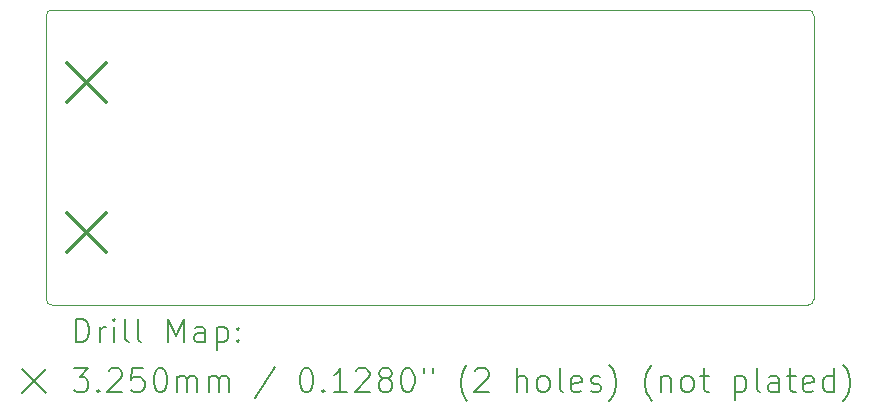
<source format=gbr>
%TF.GenerationSoftware,KiCad,Pcbnew,(6.0.8)*%
%TF.CreationDate,2022-10-23T18:15:44+02:00*%
%TF.ProjectId,ethernet-pmod,65746865-726e-4657-942d-706d6f642e6b,rev?*%
%TF.SameCoordinates,Original*%
%TF.FileFunction,Drillmap*%
%TF.FilePolarity,Positive*%
%FSLAX45Y45*%
G04 Gerber Fmt 4.5, Leading zero omitted, Abs format (unit mm)*
G04 Created by KiCad (PCBNEW (6.0.8)) date 2022-10-23 18:15:44*
%MOMM*%
%LPD*%
G01*
G04 APERTURE LIST*
%ADD10C,0.100000*%
%ADD11C,0.200000*%
%ADD12C,0.325000*%
G04 APERTURE END LIST*
D10*
X11750000Y-11200000D02*
G75*
G03*
X11800000Y-11250000I50000J0D01*
G01*
X11800000Y-11250000D02*
X18200000Y-11250000D01*
X18200000Y-8750000D02*
X11800000Y-8750000D01*
X18250000Y-8800000D02*
G75*
G03*
X18200000Y-8750000I-50000J0D01*
G01*
X18200000Y-11250000D02*
G75*
G03*
X18250000Y-11200000I0J50000D01*
G01*
X18250000Y-11200000D02*
X18250000Y-8800000D01*
X11800000Y-8750000D02*
G75*
G03*
X11750000Y-8800000I0J-50000D01*
G01*
X11750000Y-8800000D02*
X11750000Y-11200000D01*
D11*
D12*
X11927500Y-9202500D02*
X12252500Y-9527500D01*
X12252500Y-9202500D02*
X11927500Y-9527500D01*
X11927500Y-10472500D02*
X12252500Y-10797500D01*
X12252500Y-10472500D02*
X11927500Y-10797500D01*
D11*
X12002619Y-11565476D02*
X12002619Y-11365476D01*
X12050238Y-11365476D01*
X12078809Y-11375000D01*
X12097857Y-11394048D01*
X12107381Y-11413095D01*
X12116905Y-11451190D01*
X12116905Y-11479762D01*
X12107381Y-11517857D01*
X12097857Y-11536905D01*
X12078809Y-11555952D01*
X12050238Y-11565476D01*
X12002619Y-11565476D01*
X12202619Y-11565476D02*
X12202619Y-11432143D01*
X12202619Y-11470238D02*
X12212143Y-11451190D01*
X12221667Y-11441667D01*
X12240714Y-11432143D01*
X12259762Y-11432143D01*
X12326428Y-11565476D02*
X12326428Y-11432143D01*
X12326428Y-11365476D02*
X12316905Y-11375000D01*
X12326428Y-11384524D01*
X12335952Y-11375000D01*
X12326428Y-11365476D01*
X12326428Y-11384524D01*
X12450238Y-11565476D02*
X12431190Y-11555952D01*
X12421667Y-11536905D01*
X12421667Y-11365476D01*
X12555000Y-11565476D02*
X12535952Y-11555952D01*
X12526428Y-11536905D01*
X12526428Y-11365476D01*
X12783571Y-11565476D02*
X12783571Y-11365476D01*
X12850238Y-11508333D01*
X12916905Y-11365476D01*
X12916905Y-11565476D01*
X13097857Y-11565476D02*
X13097857Y-11460714D01*
X13088333Y-11441667D01*
X13069286Y-11432143D01*
X13031190Y-11432143D01*
X13012143Y-11441667D01*
X13097857Y-11555952D02*
X13078809Y-11565476D01*
X13031190Y-11565476D01*
X13012143Y-11555952D01*
X13002619Y-11536905D01*
X13002619Y-11517857D01*
X13012143Y-11498809D01*
X13031190Y-11489286D01*
X13078809Y-11489286D01*
X13097857Y-11479762D01*
X13193095Y-11432143D02*
X13193095Y-11632143D01*
X13193095Y-11441667D02*
X13212143Y-11432143D01*
X13250238Y-11432143D01*
X13269286Y-11441667D01*
X13278809Y-11451190D01*
X13288333Y-11470238D01*
X13288333Y-11527381D01*
X13278809Y-11546428D01*
X13269286Y-11555952D01*
X13250238Y-11565476D01*
X13212143Y-11565476D01*
X13193095Y-11555952D01*
X13374048Y-11546428D02*
X13383571Y-11555952D01*
X13374048Y-11565476D01*
X13364524Y-11555952D01*
X13374048Y-11546428D01*
X13374048Y-11565476D01*
X13374048Y-11441667D02*
X13383571Y-11451190D01*
X13374048Y-11460714D01*
X13364524Y-11451190D01*
X13374048Y-11441667D01*
X13374048Y-11460714D01*
X11545000Y-11795000D02*
X11745000Y-11995000D01*
X11745000Y-11795000D02*
X11545000Y-11995000D01*
X11983571Y-11785476D02*
X12107381Y-11785476D01*
X12040714Y-11861667D01*
X12069286Y-11861667D01*
X12088333Y-11871190D01*
X12097857Y-11880714D01*
X12107381Y-11899762D01*
X12107381Y-11947381D01*
X12097857Y-11966428D01*
X12088333Y-11975952D01*
X12069286Y-11985476D01*
X12012143Y-11985476D01*
X11993095Y-11975952D01*
X11983571Y-11966428D01*
X12193095Y-11966428D02*
X12202619Y-11975952D01*
X12193095Y-11985476D01*
X12183571Y-11975952D01*
X12193095Y-11966428D01*
X12193095Y-11985476D01*
X12278809Y-11804524D02*
X12288333Y-11795000D01*
X12307381Y-11785476D01*
X12355000Y-11785476D01*
X12374048Y-11795000D01*
X12383571Y-11804524D01*
X12393095Y-11823571D01*
X12393095Y-11842619D01*
X12383571Y-11871190D01*
X12269286Y-11985476D01*
X12393095Y-11985476D01*
X12574048Y-11785476D02*
X12478809Y-11785476D01*
X12469286Y-11880714D01*
X12478809Y-11871190D01*
X12497857Y-11861667D01*
X12545476Y-11861667D01*
X12564524Y-11871190D01*
X12574048Y-11880714D01*
X12583571Y-11899762D01*
X12583571Y-11947381D01*
X12574048Y-11966428D01*
X12564524Y-11975952D01*
X12545476Y-11985476D01*
X12497857Y-11985476D01*
X12478809Y-11975952D01*
X12469286Y-11966428D01*
X12707381Y-11785476D02*
X12726428Y-11785476D01*
X12745476Y-11795000D01*
X12755000Y-11804524D01*
X12764524Y-11823571D01*
X12774048Y-11861667D01*
X12774048Y-11909286D01*
X12764524Y-11947381D01*
X12755000Y-11966428D01*
X12745476Y-11975952D01*
X12726428Y-11985476D01*
X12707381Y-11985476D01*
X12688333Y-11975952D01*
X12678809Y-11966428D01*
X12669286Y-11947381D01*
X12659762Y-11909286D01*
X12659762Y-11861667D01*
X12669286Y-11823571D01*
X12678809Y-11804524D01*
X12688333Y-11795000D01*
X12707381Y-11785476D01*
X12859762Y-11985476D02*
X12859762Y-11852143D01*
X12859762Y-11871190D02*
X12869286Y-11861667D01*
X12888333Y-11852143D01*
X12916905Y-11852143D01*
X12935952Y-11861667D01*
X12945476Y-11880714D01*
X12945476Y-11985476D01*
X12945476Y-11880714D02*
X12955000Y-11861667D01*
X12974048Y-11852143D01*
X13002619Y-11852143D01*
X13021667Y-11861667D01*
X13031190Y-11880714D01*
X13031190Y-11985476D01*
X13126428Y-11985476D02*
X13126428Y-11852143D01*
X13126428Y-11871190D02*
X13135952Y-11861667D01*
X13155000Y-11852143D01*
X13183571Y-11852143D01*
X13202619Y-11861667D01*
X13212143Y-11880714D01*
X13212143Y-11985476D01*
X13212143Y-11880714D02*
X13221667Y-11861667D01*
X13240714Y-11852143D01*
X13269286Y-11852143D01*
X13288333Y-11861667D01*
X13297857Y-11880714D01*
X13297857Y-11985476D01*
X13688333Y-11775952D02*
X13516905Y-12033095D01*
X13945476Y-11785476D02*
X13964524Y-11785476D01*
X13983571Y-11795000D01*
X13993095Y-11804524D01*
X14002619Y-11823571D01*
X14012143Y-11861667D01*
X14012143Y-11909286D01*
X14002619Y-11947381D01*
X13993095Y-11966428D01*
X13983571Y-11975952D01*
X13964524Y-11985476D01*
X13945476Y-11985476D01*
X13926428Y-11975952D01*
X13916905Y-11966428D01*
X13907381Y-11947381D01*
X13897857Y-11909286D01*
X13897857Y-11861667D01*
X13907381Y-11823571D01*
X13916905Y-11804524D01*
X13926428Y-11795000D01*
X13945476Y-11785476D01*
X14097857Y-11966428D02*
X14107381Y-11975952D01*
X14097857Y-11985476D01*
X14088333Y-11975952D01*
X14097857Y-11966428D01*
X14097857Y-11985476D01*
X14297857Y-11985476D02*
X14183571Y-11985476D01*
X14240714Y-11985476D02*
X14240714Y-11785476D01*
X14221667Y-11814048D01*
X14202619Y-11833095D01*
X14183571Y-11842619D01*
X14374048Y-11804524D02*
X14383571Y-11795000D01*
X14402619Y-11785476D01*
X14450238Y-11785476D01*
X14469286Y-11795000D01*
X14478809Y-11804524D01*
X14488333Y-11823571D01*
X14488333Y-11842619D01*
X14478809Y-11871190D01*
X14364524Y-11985476D01*
X14488333Y-11985476D01*
X14602619Y-11871190D02*
X14583571Y-11861667D01*
X14574048Y-11852143D01*
X14564524Y-11833095D01*
X14564524Y-11823571D01*
X14574048Y-11804524D01*
X14583571Y-11795000D01*
X14602619Y-11785476D01*
X14640714Y-11785476D01*
X14659762Y-11795000D01*
X14669286Y-11804524D01*
X14678809Y-11823571D01*
X14678809Y-11833095D01*
X14669286Y-11852143D01*
X14659762Y-11861667D01*
X14640714Y-11871190D01*
X14602619Y-11871190D01*
X14583571Y-11880714D01*
X14574048Y-11890238D01*
X14564524Y-11909286D01*
X14564524Y-11947381D01*
X14574048Y-11966428D01*
X14583571Y-11975952D01*
X14602619Y-11985476D01*
X14640714Y-11985476D01*
X14659762Y-11975952D01*
X14669286Y-11966428D01*
X14678809Y-11947381D01*
X14678809Y-11909286D01*
X14669286Y-11890238D01*
X14659762Y-11880714D01*
X14640714Y-11871190D01*
X14802619Y-11785476D02*
X14821667Y-11785476D01*
X14840714Y-11795000D01*
X14850238Y-11804524D01*
X14859762Y-11823571D01*
X14869286Y-11861667D01*
X14869286Y-11909286D01*
X14859762Y-11947381D01*
X14850238Y-11966428D01*
X14840714Y-11975952D01*
X14821667Y-11985476D01*
X14802619Y-11985476D01*
X14783571Y-11975952D01*
X14774048Y-11966428D01*
X14764524Y-11947381D01*
X14755000Y-11909286D01*
X14755000Y-11861667D01*
X14764524Y-11823571D01*
X14774048Y-11804524D01*
X14783571Y-11795000D01*
X14802619Y-11785476D01*
X14945476Y-11785476D02*
X14945476Y-11823571D01*
X15021667Y-11785476D02*
X15021667Y-11823571D01*
X15316905Y-12061667D02*
X15307381Y-12052143D01*
X15288333Y-12023571D01*
X15278809Y-12004524D01*
X15269286Y-11975952D01*
X15259762Y-11928333D01*
X15259762Y-11890238D01*
X15269286Y-11842619D01*
X15278809Y-11814048D01*
X15288333Y-11795000D01*
X15307381Y-11766428D01*
X15316905Y-11756905D01*
X15383571Y-11804524D02*
X15393095Y-11795000D01*
X15412143Y-11785476D01*
X15459762Y-11785476D01*
X15478809Y-11795000D01*
X15488333Y-11804524D01*
X15497857Y-11823571D01*
X15497857Y-11842619D01*
X15488333Y-11871190D01*
X15374048Y-11985476D01*
X15497857Y-11985476D01*
X15735952Y-11985476D02*
X15735952Y-11785476D01*
X15821667Y-11985476D02*
X15821667Y-11880714D01*
X15812143Y-11861667D01*
X15793095Y-11852143D01*
X15764524Y-11852143D01*
X15745476Y-11861667D01*
X15735952Y-11871190D01*
X15945476Y-11985476D02*
X15926428Y-11975952D01*
X15916905Y-11966428D01*
X15907381Y-11947381D01*
X15907381Y-11890238D01*
X15916905Y-11871190D01*
X15926428Y-11861667D01*
X15945476Y-11852143D01*
X15974048Y-11852143D01*
X15993095Y-11861667D01*
X16002619Y-11871190D01*
X16012143Y-11890238D01*
X16012143Y-11947381D01*
X16002619Y-11966428D01*
X15993095Y-11975952D01*
X15974048Y-11985476D01*
X15945476Y-11985476D01*
X16126428Y-11985476D02*
X16107381Y-11975952D01*
X16097857Y-11956905D01*
X16097857Y-11785476D01*
X16278809Y-11975952D02*
X16259762Y-11985476D01*
X16221667Y-11985476D01*
X16202619Y-11975952D01*
X16193095Y-11956905D01*
X16193095Y-11880714D01*
X16202619Y-11861667D01*
X16221667Y-11852143D01*
X16259762Y-11852143D01*
X16278809Y-11861667D01*
X16288333Y-11880714D01*
X16288333Y-11899762D01*
X16193095Y-11918809D01*
X16364524Y-11975952D02*
X16383571Y-11985476D01*
X16421667Y-11985476D01*
X16440714Y-11975952D01*
X16450238Y-11956905D01*
X16450238Y-11947381D01*
X16440714Y-11928333D01*
X16421667Y-11918809D01*
X16393095Y-11918809D01*
X16374048Y-11909286D01*
X16364524Y-11890238D01*
X16364524Y-11880714D01*
X16374048Y-11861667D01*
X16393095Y-11852143D01*
X16421667Y-11852143D01*
X16440714Y-11861667D01*
X16516905Y-12061667D02*
X16526428Y-12052143D01*
X16545476Y-12023571D01*
X16555000Y-12004524D01*
X16564524Y-11975952D01*
X16574048Y-11928333D01*
X16574048Y-11890238D01*
X16564524Y-11842619D01*
X16555000Y-11814048D01*
X16545476Y-11795000D01*
X16526428Y-11766428D01*
X16516905Y-11756905D01*
X16878810Y-12061667D02*
X16869286Y-12052143D01*
X16850238Y-12023571D01*
X16840714Y-12004524D01*
X16831190Y-11975952D01*
X16821667Y-11928333D01*
X16821667Y-11890238D01*
X16831190Y-11842619D01*
X16840714Y-11814048D01*
X16850238Y-11795000D01*
X16869286Y-11766428D01*
X16878810Y-11756905D01*
X16955000Y-11852143D02*
X16955000Y-11985476D01*
X16955000Y-11871190D02*
X16964524Y-11861667D01*
X16983571Y-11852143D01*
X17012143Y-11852143D01*
X17031190Y-11861667D01*
X17040714Y-11880714D01*
X17040714Y-11985476D01*
X17164524Y-11985476D02*
X17145476Y-11975952D01*
X17135952Y-11966428D01*
X17126429Y-11947381D01*
X17126429Y-11890238D01*
X17135952Y-11871190D01*
X17145476Y-11861667D01*
X17164524Y-11852143D01*
X17193095Y-11852143D01*
X17212143Y-11861667D01*
X17221667Y-11871190D01*
X17231190Y-11890238D01*
X17231190Y-11947381D01*
X17221667Y-11966428D01*
X17212143Y-11975952D01*
X17193095Y-11985476D01*
X17164524Y-11985476D01*
X17288333Y-11852143D02*
X17364524Y-11852143D01*
X17316905Y-11785476D02*
X17316905Y-11956905D01*
X17326429Y-11975952D01*
X17345476Y-11985476D01*
X17364524Y-11985476D01*
X17583571Y-11852143D02*
X17583571Y-12052143D01*
X17583571Y-11861667D02*
X17602619Y-11852143D01*
X17640714Y-11852143D01*
X17659762Y-11861667D01*
X17669286Y-11871190D01*
X17678810Y-11890238D01*
X17678810Y-11947381D01*
X17669286Y-11966428D01*
X17659762Y-11975952D01*
X17640714Y-11985476D01*
X17602619Y-11985476D01*
X17583571Y-11975952D01*
X17793095Y-11985476D02*
X17774048Y-11975952D01*
X17764524Y-11956905D01*
X17764524Y-11785476D01*
X17955000Y-11985476D02*
X17955000Y-11880714D01*
X17945476Y-11861667D01*
X17926429Y-11852143D01*
X17888333Y-11852143D01*
X17869286Y-11861667D01*
X17955000Y-11975952D02*
X17935952Y-11985476D01*
X17888333Y-11985476D01*
X17869286Y-11975952D01*
X17859762Y-11956905D01*
X17859762Y-11937857D01*
X17869286Y-11918809D01*
X17888333Y-11909286D01*
X17935952Y-11909286D01*
X17955000Y-11899762D01*
X18021667Y-11852143D02*
X18097857Y-11852143D01*
X18050238Y-11785476D02*
X18050238Y-11956905D01*
X18059762Y-11975952D01*
X18078810Y-11985476D01*
X18097857Y-11985476D01*
X18240714Y-11975952D02*
X18221667Y-11985476D01*
X18183571Y-11985476D01*
X18164524Y-11975952D01*
X18155000Y-11956905D01*
X18155000Y-11880714D01*
X18164524Y-11861667D01*
X18183571Y-11852143D01*
X18221667Y-11852143D01*
X18240714Y-11861667D01*
X18250238Y-11880714D01*
X18250238Y-11899762D01*
X18155000Y-11918809D01*
X18421667Y-11985476D02*
X18421667Y-11785476D01*
X18421667Y-11975952D02*
X18402619Y-11985476D01*
X18364524Y-11985476D01*
X18345476Y-11975952D01*
X18335952Y-11966428D01*
X18326429Y-11947381D01*
X18326429Y-11890238D01*
X18335952Y-11871190D01*
X18345476Y-11861667D01*
X18364524Y-11852143D01*
X18402619Y-11852143D01*
X18421667Y-11861667D01*
X18497857Y-12061667D02*
X18507381Y-12052143D01*
X18526429Y-12023571D01*
X18535952Y-12004524D01*
X18545476Y-11975952D01*
X18555000Y-11928333D01*
X18555000Y-11890238D01*
X18545476Y-11842619D01*
X18535952Y-11814048D01*
X18526429Y-11795000D01*
X18507381Y-11766428D01*
X18497857Y-11756905D01*
M02*

</source>
